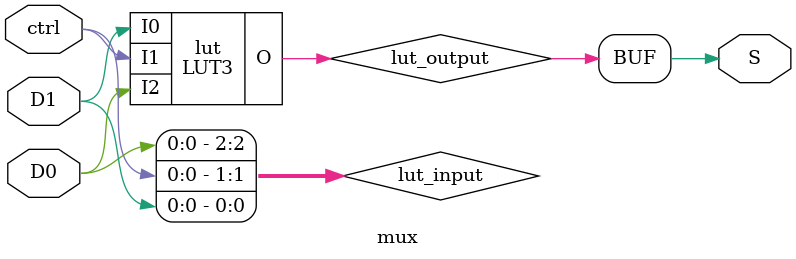
<source format=v>
module LUT3 (
    input I0,
    input I1,
    input I2,
    output O
);

    assign O = ~(I0 & I1 & I2);

endmodule

module mux (
    input ctrl,
    input D0,
    input D1,
    output S
);

    wire [2:0] lut_input;
    wire lut_output;

    assign lut_input[0] = D1;
    assign lut_input[1] = ctrl;
    assign lut_input[2] = D0;

    LUT3 lut (
        .I0(lut_input[0]),
        .I1(lut_input[1]),
        .I2(lut_input[2]),
        .O(lut_output)
    );

    assign S = lut_output;

endmodule
</source>
